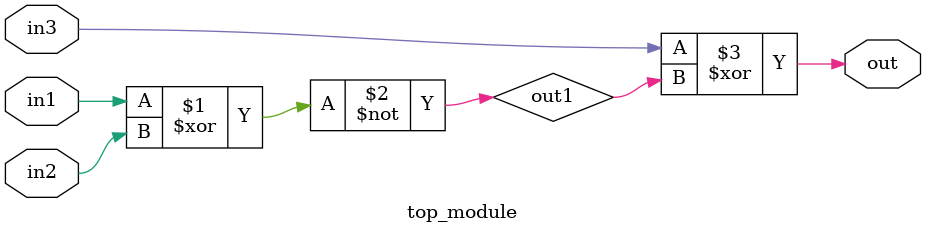
<source format=v>
module top_module (
    input in1,
    input in2,
    input in3,
    output out);
wire out1;
    assign out1=~(in1^in2);
    assign out=in3^out1;
endmodule

</source>
